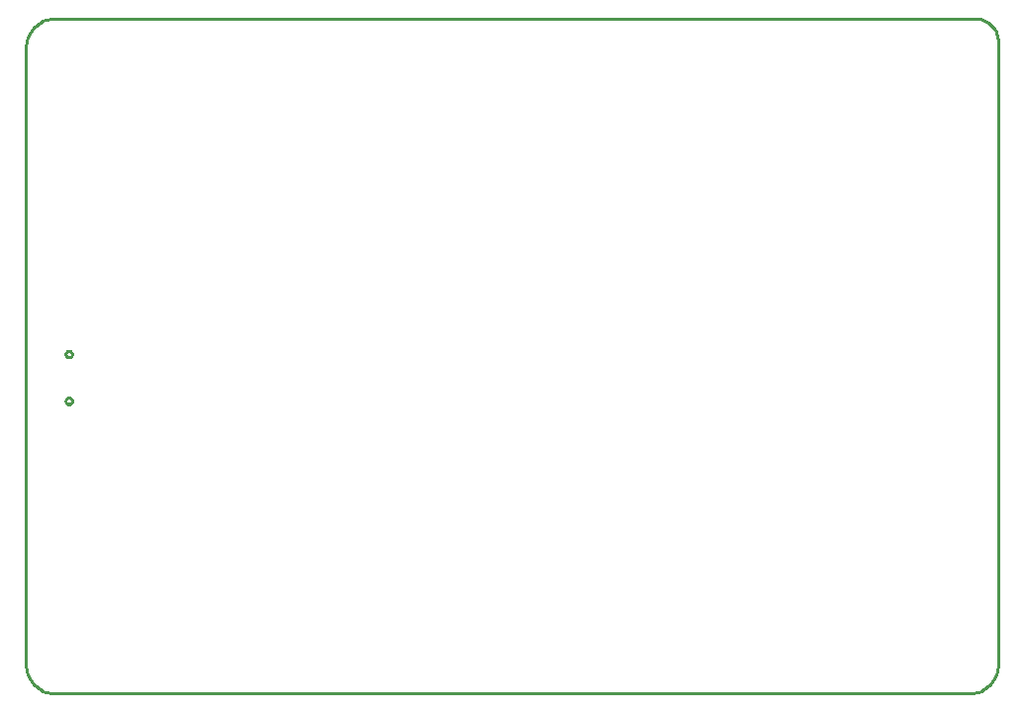
<source format=gko>
G04 EAGLE Gerber RS-274X export*
G75*
%MOMM*%
%FSLAX34Y34*%
%LPD*%
%IN*%
%IPPOS*%
%AMOC8*
5,1,8,0,0,1.08239X$1,22.5*%
G01*
%ADD10C,0.254000*%


D10*
X0Y25400D02*
X97Y23186D01*
X386Y20989D01*
X865Y18826D01*
X1532Y16713D01*
X2380Y14666D01*
X3403Y12700D01*
X4594Y10831D01*
X5942Y9073D01*
X7440Y7440D01*
X9073Y5942D01*
X10831Y4594D01*
X12700Y3403D01*
X14666Y2380D01*
X16713Y1532D01*
X18826Y865D01*
X20989Y386D01*
X23186Y97D01*
X25400Y0D01*
X806600Y0D01*
X808814Y97D01*
X811011Y386D01*
X813174Y865D01*
X815287Y1532D01*
X817335Y2380D01*
X819300Y3403D01*
X821169Y4594D01*
X822927Y5942D01*
X824561Y7440D01*
X826058Y9073D01*
X827406Y10831D01*
X828597Y12700D01*
X829620Y14666D01*
X830468Y16713D01*
X831135Y18826D01*
X831614Y20989D01*
X831903Y23186D01*
X832000Y25400D01*
X832000Y558000D01*
X831924Y559743D01*
X831696Y561473D01*
X831319Y563176D01*
X830794Y564840D01*
X830126Y566452D01*
X829321Y568000D01*
X828383Y569472D01*
X827321Y570856D01*
X826142Y572142D01*
X824856Y573321D01*
X823472Y574383D01*
X822000Y575321D01*
X820452Y576126D01*
X818840Y576794D01*
X817176Y577319D01*
X815473Y577696D01*
X813743Y577924D01*
X812000Y578000D01*
X25400Y578000D01*
X23186Y577903D01*
X20989Y577614D01*
X18826Y577135D01*
X16713Y576468D01*
X14666Y575620D01*
X12700Y574597D01*
X10831Y573406D01*
X9073Y572058D01*
X7440Y570561D01*
X5942Y568927D01*
X4594Y567169D01*
X3403Y565300D01*
X2380Y563335D01*
X1532Y561287D01*
X865Y559174D01*
X386Y557011D01*
X97Y554814D01*
X0Y552600D01*
X0Y25400D01*
X36524Y287760D02*
X36096Y287828D01*
X35684Y287961D01*
X35299Y288158D01*
X34949Y288412D01*
X34642Y288719D01*
X34388Y289069D01*
X34191Y289454D01*
X34058Y289866D01*
X33990Y290294D01*
X33990Y290726D01*
X34058Y291154D01*
X34191Y291566D01*
X34388Y291951D01*
X34642Y292302D01*
X34949Y292608D01*
X35299Y292862D01*
X35684Y293059D01*
X36096Y293192D01*
X36524Y293260D01*
X36956Y293260D01*
X37384Y293192D01*
X37796Y293059D01*
X38181Y292862D01*
X38532Y292608D01*
X38838Y292302D01*
X39092Y291951D01*
X39289Y291566D01*
X39422Y291154D01*
X39490Y290726D01*
X39490Y290294D01*
X39422Y289866D01*
X39289Y289454D01*
X39092Y289069D01*
X38838Y288719D01*
X38532Y288412D01*
X38181Y288158D01*
X37796Y287961D01*
X37384Y287828D01*
X36956Y287760D01*
X36524Y287760D01*
X36524Y247760D02*
X36096Y247828D01*
X35684Y247961D01*
X35299Y248158D01*
X34949Y248412D01*
X34642Y248719D01*
X34388Y249069D01*
X34191Y249454D01*
X34058Y249866D01*
X33990Y250294D01*
X33990Y250726D01*
X34058Y251154D01*
X34191Y251566D01*
X34388Y251951D01*
X34642Y252302D01*
X34949Y252608D01*
X35299Y252862D01*
X35684Y253059D01*
X36096Y253192D01*
X36524Y253260D01*
X36956Y253260D01*
X37384Y253192D01*
X37796Y253059D01*
X38181Y252862D01*
X38532Y252608D01*
X38838Y252302D01*
X39092Y251951D01*
X39289Y251566D01*
X39422Y251154D01*
X39490Y250726D01*
X39490Y250294D01*
X39422Y249866D01*
X39289Y249454D01*
X39092Y249069D01*
X38838Y248719D01*
X38532Y248412D01*
X38181Y248158D01*
X37796Y247961D01*
X37384Y247828D01*
X36956Y247760D01*
X36524Y247760D01*
M02*

</source>
